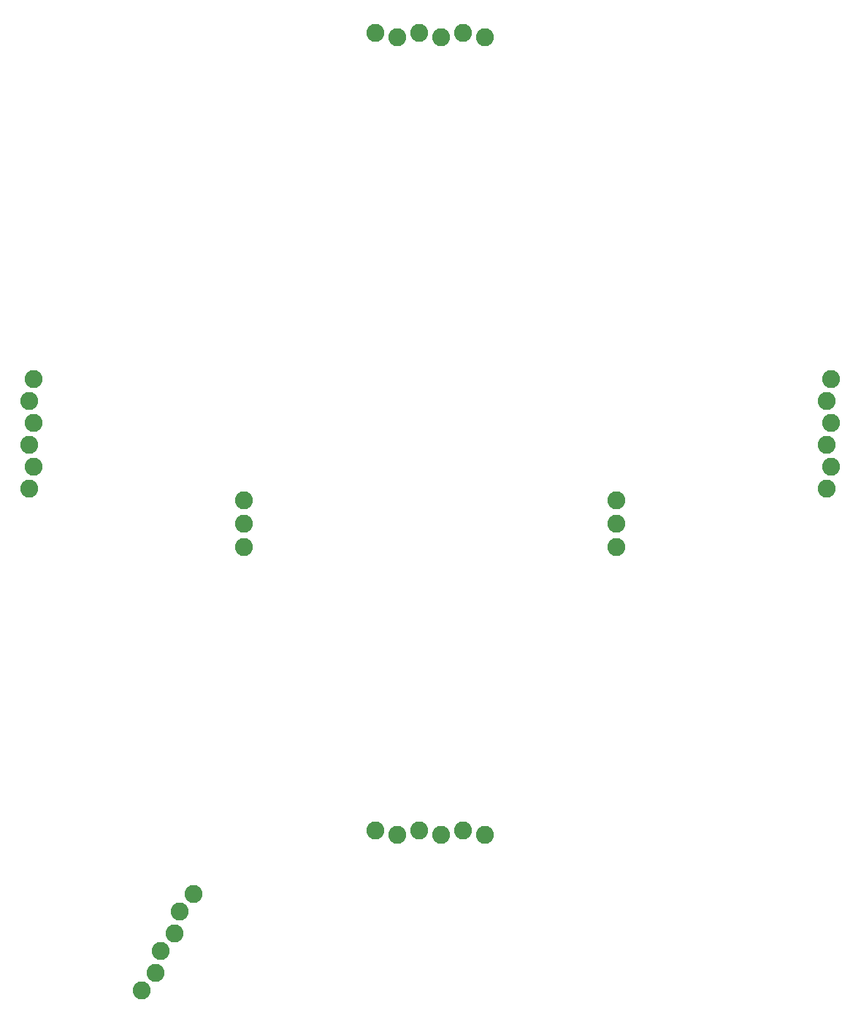
<source format=gbs>
%TF.GenerationSoftware,KiCad,Pcbnew,(6.0.0-0)*%
%TF.CreationDate,2022-03-22T21:17:41+08:00*%
%TF.ProjectId,layer4,6c617965-7234-42e6-9b69-6361645f7063,rev?*%
%TF.SameCoordinates,Original*%
%TF.FileFunction,Soldermask,Bot*%
%TF.FilePolarity,Negative*%
%FSLAX46Y46*%
G04 Gerber Fmt 4.6, Leading zero omitted, Abs format (unit mm)*
G04 Created by KiCad (PCBNEW (6.0.0-0)) date 2022-03-22 21:17:41*
%MOMM*%
%LPD*%
G01*
G04 APERTURE LIST*
%ADD10C,2.082800*%
G04 APERTURE END LIST*
D10*
%TO.C,TOFJ4*%
X172212000Y-94996000D03*
X171704000Y-97536000D03*
X172212000Y-100076000D03*
X171704000Y-102616000D03*
X172212000Y-105156000D03*
X171704000Y-107696000D03*
%TD*%
%TO.C,IMUJ1*%
X92267391Y-165885690D03*
X93826633Y-163817253D03*
X94470380Y-161308218D03*
X96029621Y-159239782D03*
X96673368Y-156730747D03*
X98232609Y-154662310D03*
%TD*%
%TO.C,TOFJ1*%
X119380000Y-54864000D03*
X121920000Y-55372000D03*
X124460000Y-54864000D03*
X127000000Y-55372000D03*
X129540000Y-54864000D03*
X132080000Y-55372000D03*
%TD*%
%TO.C,U1SW1*%
X147320000Y-109042200D03*
X147320000Y-111760000D03*
X147320000Y-114477800D03*
%TD*%
%TO.C,TOFJ3*%
X132080000Y-147828000D03*
X129540000Y-147320000D03*
X127000000Y-147828000D03*
X124460000Y-147320000D03*
X121920000Y-147828000D03*
X119380000Y-147320000D03*
%TD*%
%TO.C,TOFJ2*%
X79248000Y-107696000D03*
X79756000Y-105156000D03*
X79248000Y-102616000D03*
X79756000Y-100076000D03*
X79248000Y-97536000D03*
X79756000Y-94996000D03*
%TD*%
%TO.C,U0SW1*%
X104140000Y-109042200D03*
X104140000Y-111760000D03*
X104140000Y-114477800D03*
%TD*%
M02*

</source>
